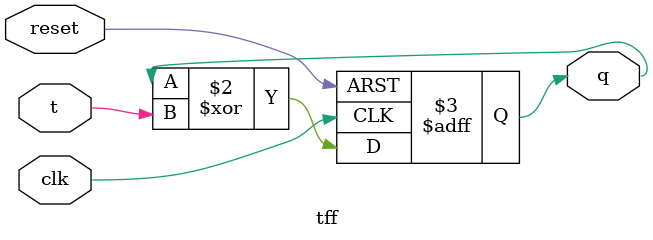
<source format=v>
module tff(t,clk,reset,q);
input t, clk, reset;
output q;
reg q;

always@(posedge clk or posedge reset)
	if(reset)
 		q <= 1'b0;
	else
		q <= q^t;

endmodule

</source>
